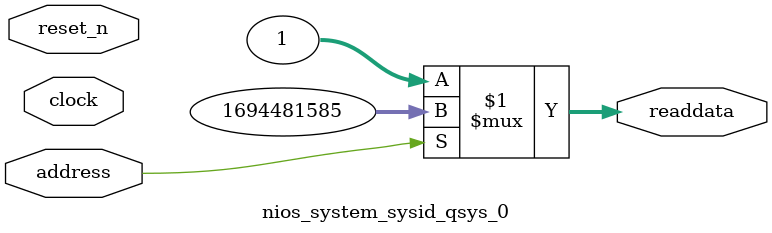
<source format=v>



// synthesis translate_off
`timescale 1ns / 1ps
// synthesis translate_on

// turn off superfluous verilog processor warnings 
// altera message_level Level1 
// altera message_off 10034 10035 10036 10037 10230 10240 10030 

module nios_system_sysid_qsys_0 (
               // inputs:
                address,
                clock,
                reset_n,

               // outputs:
                readdata
             )
;

  output  [ 31: 0] readdata;
  input            address;
  input            clock;
  input            reset_n;

  wire    [ 31: 0] readdata;
  //control_slave, which is an e_avalon_slave
  assign readdata = address ? 1694481585 : 1;

endmodule



</source>
